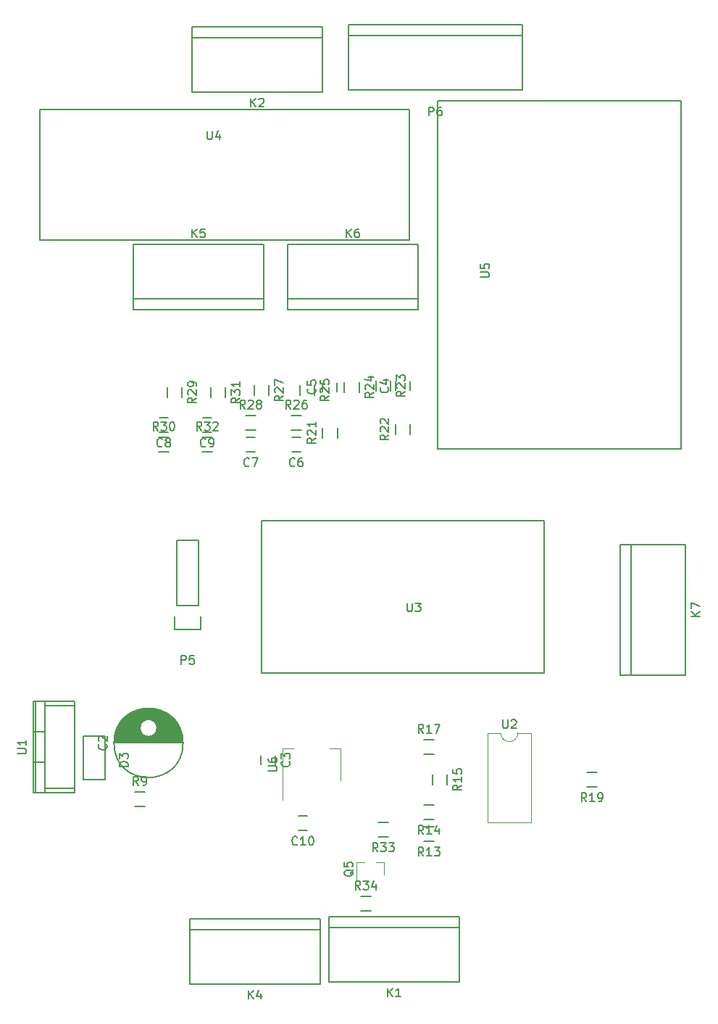
<source format=gbr>
G04 #@! TF.FileFunction,Legend,Top*
%FSLAX46Y46*%
G04 Gerber Fmt 4.6, Leading zero omitted, Abs format (unit mm)*
G04 Created by KiCad (PCBNEW 4.0.6) date Sunday, 01 August 2021 'PMt' 19:12:35*
%MOMM*%
%LPD*%
G01*
G04 APERTURE LIST*
%ADD10C,0.100000*%
%ADD11C,0.150000*%
%ADD12C,0.120000*%
G04 APERTURE END LIST*
D10*
D11*
X13531000Y31609000D02*
X21529000Y31609000D01*
X13536000Y31749000D02*
X21524000Y31749000D01*
X13546000Y31889000D02*
X21514000Y31889000D01*
X13561000Y32029000D02*
X21499000Y32029000D01*
X13581000Y32169000D02*
X21479000Y32169000D01*
X13606000Y32309000D02*
X17308000Y32309000D01*
X17752000Y32309000D02*
X21454000Y32309000D01*
X13636000Y32449000D02*
X16980000Y32449000D01*
X18080000Y32449000D02*
X21424000Y32449000D01*
X13672000Y32589000D02*
X16811000Y32589000D01*
X18249000Y32589000D02*
X21388000Y32589000D01*
X13713000Y32729000D02*
X16698000Y32729000D01*
X18362000Y32729000D02*
X21347000Y32729000D01*
X13759000Y32869000D02*
X16620000Y32869000D01*
X18440000Y32869000D02*
X21301000Y32869000D01*
X13812000Y33009000D02*
X16569000Y33009000D01*
X18491000Y33009000D02*
X21248000Y33009000D01*
X13871000Y33149000D02*
X16539000Y33149000D01*
X18521000Y33149000D02*
X21189000Y33149000D01*
X13936000Y33289000D02*
X16530000Y33289000D01*
X18530000Y33289000D02*
X21124000Y33289000D01*
X14007000Y33429000D02*
X16541000Y33429000D01*
X18519000Y33429000D02*
X21053000Y33429000D01*
X14086000Y33569000D02*
X16571000Y33569000D01*
X18489000Y33569000D02*
X20974000Y33569000D01*
X14173000Y33709000D02*
X16625000Y33709000D01*
X18435000Y33709000D02*
X20887000Y33709000D01*
X14268000Y33849000D02*
X16705000Y33849000D01*
X18355000Y33849000D02*
X20792000Y33849000D01*
X14372000Y33989000D02*
X16821000Y33989000D01*
X18239000Y33989000D02*
X20688000Y33989000D01*
X14486000Y34129000D02*
X16995000Y34129000D01*
X18065000Y34129000D02*
X20574000Y34129000D01*
X14611000Y34269000D02*
X17357000Y34269000D01*
X17703000Y34269000D02*
X20449000Y34269000D01*
X14749000Y34409000D02*
X20311000Y34409000D01*
X14901000Y34549000D02*
X20159000Y34549000D01*
X15071000Y34689000D02*
X19989000Y34689000D01*
X15262000Y34829000D02*
X19798000Y34829000D01*
X15480000Y34969000D02*
X19580000Y34969000D01*
X15736000Y35109000D02*
X19324000Y35109000D01*
X16047000Y35249000D02*
X19013000Y35249000D01*
X16463000Y35389000D02*
X18597000Y35389000D01*
X17330000Y35529000D02*
X17730000Y35529000D01*
X18530000Y33284000D02*
G75*
G03X18530000Y33284000I-1000000J0D01*
G01*
X21567500Y31534000D02*
G75*
G03X21567500Y31534000I-4037500J0D01*
G01*
X32350000Y29030000D02*
X32350000Y30030000D01*
X30650000Y30030000D02*
X30650000Y29030000D01*
X46398000Y73718000D02*
X46398000Y72718000D01*
X48098000Y72718000D02*
X48098000Y73718000D01*
X37889000Y73591000D02*
X37889000Y72591000D01*
X39589000Y72591000D02*
X39589000Y73591000D01*
X34302000Y65510000D02*
X35302000Y65510000D01*
X35302000Y67210000D02*
X34302000Y67210000D01*
X28968000Y65510000D02*
X29968000Y65510000D01*
X29968000Y67210000D02*
X28968000Y67210000D01*
X18808000Y67796000D02*
X19808000Y67796000D01*
X19808000Y69496000D02*
X18808000Y69496000D01*
X23888000Y67796000D02*
X24888000Y67796000D01*
X24888000Y69496000D02*
X23888000Y69496000D01*
X35064000Y21314000D02*
X36064000Y21314000D01*
X36064000Y23014000D02*
X35064000Y23014000D01*
X12450000Y32324000D02*
X12450000Y27244000D01*
X12450000Y27244000D02*
X9910000Y27244000D01*
X9910000Y27244000D02*
X9910000Y32324000D01*
X9910000Y32324000D02*
X12450000Y32324000D01*
X23372000Y47564000D02*
X23372000Y55184000D01*
X20832000Y47564000D02*
X20832000Y55184000D01*
X20552000Y44744000D02*
X20552000Y46294000D01*
X23372000Y55184000D02*
X20832000Y55184000D01*
X20832000Y47564000D02*
X23372000Y47564000D01*
X23652000Y46294000D02*
X23652000Y44744000D01*
X23652000Y44744000D02*
X20552000Y44744000D01*
D12*
X45018000Y17590000D02*
X44088000Y17590000D01*
X41858000Y17590000D02*
X42788000Y17590000D01*
X41858000Y17590000D02*
X41858000Y15430000D01*
X45018000Y17590000D02*
X45018000Y16130000D01*
D11*
X17114000Y24083000D02*
X15914000Y24083000D01*
X15914000Y25833000D02*
X17114000Y25833000D01*
X49696000Y21769000D02*
X50896000Y21769000D01*
X50896000Y20019000D02*
X49696000Y20019000D01*
X49696000Y24309000D02*
X50896000Y24309000D01*
X50896000Y22559000D02*
X49696000Y22559000D01*
X50691000Y26644000D02*
X50691000Y27844000D01*
X52441000Y27844000D02*
X52441000Y26644000D01*
X50896000Y30179000D02*
X49696000Y30179000D01*
X49696000Y31929000D02*
X50896000Y31929000D01*
X68746000Y28119000D02*
X69946000Y28119000D01*
X69946000Y26369000D02*
X68746000Y26369000D01*
X39614000Y68357000D02*
X39614000Y67157000D01*
X37864000Y67157000D02*
X37864000Y68357000D01*
X48123000Y68738000D02*
X48123000Y67538000D01*
X46373000Y67538000D02*
X46373000Y68738000D01*
X44087000Y72618000D02*
X44087000Y73818000D01*
X45837000Y73818000D02*
X45837000Y72618000D01*
X40404000Y72491000D02*
X40404000Y73691000D01*
X42154000Y73691000D02*
X42154000Y72491000D01*
X35197000Y72110000D02*
X35197000Y73310000D01*
X36947000Y73310000D02*
X36947000Y72110000D01*
X35402000Y68025000D02*
X34202000Y68025000D01*
X34202000Y69775000D02*
X35402000Y69775000D01*
X29863000Y72110000D02*
X29863000Y73310000D01*
X31613000Y73310000D02*
X31613000Y72110000D01*
X30068000Y68025000D02*
X28868000Y68025000D01*
X28868000Y69775000D02*
X30068000Y69775000D01*
X19703000Y71856000D02*
X19703000Y73056000D01*
X21453000Y73056000D02*
X21453000Y71856000D01*
X19908000Y65485000D02*
X18708000Y65485000D01*
X18708000Y67235000D02*
X19908000Y67235000D01*
X24783000Y71856000D02*
X24783000Y73056000D01*
X26533000Y73056000D02*
X26533000Y71856000D01*
X24988000Y65485000D02*
X23788000Y65485000D01*
X23788000Y67235000D02*
X24988000Y67235000D01*
X44362000Y22277000D02*
X45562000Y22277000D01*
X45562000Y20527000D02*
X44362000Y20527000D01*
X43530000Y11891000D02*
X42330000Y11891000D01*
X42330000Y13641000D02*
X43530000Y13641000D01*
X5465000Y35880000D02*
X8894000Y35880000D01*
X5465000Y26228000D02*
X8894000Y26228000D01*
X4322000Y36388000D02*
X4322000Y25720000D01*
X5338000Y32832000D02*
X4068000Y32832000D01*
X5338000Y29276000D02*
X4068000Y29276000D01*
X5465000Y25720000D02*
X5465000Y36388000D01*
X8894000Y36388000D02*
X8894000Y25720000D01*
X4068000Y25720000D02*
X8894000Y25720000D01*
X4068000Y36388000D02*
X8894000Y36388000D01*
X4068000Y36388000D02*
X4068000Y25720000D01*
D12*
X60694000Y32698000D02*
G75*
G02X58694000Y32698000I-1000000J0D01*
G01*
X58694000Y32698000D02*
X57124000Y32698000D01*
X57124000Y32698000D02*
X57124000Y22298000D01*
X57124000Y22298000D02*
X62264000Y22298000D01*
X62264000Y22298000D02*
X62264000Y32698000D01*
X62264000Y32698000D02*
X60694000Y32698000D01*
D11*
X30738000Y57470000D02*
X63758000Y57470000D01*
X63758000Y57470000D02*
X63758000Y39690000D01*
X63758000Y39690000D02*
X30738000Y39690000D01*
X30738000Y39690000D02*
X30738000Y57470000D01*
X4830000Y105476000D02*
X4830000Y90236000D01*
X4830000Y90236000D02*
X48010000Y90236000D01*
X48010000Y90236000D02*
X48010000Y105476000D01*
X48010000Y105476000D02*
X4830000Y105476000D01*
X51312000Y65852000D02*
X79760000Y65852000D01*
X79760000Y65852000D02*
X79760000Y106492000D01*
X79760000Y106492000D02*
X51312000Y106492000D01*
X51312000Y106492000D02*
X51312000Y65852000D01*
D12*
X39990000Y30932000D02*
X38730000Y30932000D01*
X33170000Y30932000D02*
X34430000Y30932000D01*
X39990000Y27172000D02*
X39990000Y30932000D01*
X33170000Y24922000D02*
X33170000Y30932000D01*
D11*
X53852000Y11242000D02*
X53852000Y3622000D01*
X38612000Y11242000D02*
X38612000Y3622000D01*
X53852000Y9972000D02*
X38612000Y9972000D01*
X53852000Y3622000D02*
X38612000Y3622000D01*
X53852000Y11242000D02*
X38612000Y11242000D01*
X37850000Y115128000D02*
X37850000Y107508000D01*
X22610000Y115128000D02*
X22610000Y107508000D01*
X37850000Y113858000D02*
X22610000Y113858000D01*
X37850000Y107508000D02*
X22610000Y107508000D01*
X37850000Y115128000D02*
X22610000Y115128000D01*
X37596000Y10988000D02*
X37596000Y3368000D01*
X22356000Y10988000D02*
X22356000Y3368000D01*
X37596000Y9718000D02*
X22356000Y9718000D01*
X37596000Y3368000D02*
X22356000Y3368000D01*
X37596000Y10988000D02*
X22356000Y10988000D01*
X15752000Y82108000D02*
X15752000Y89728000D01*
X30992000Y82108000D02*
X30992000Y89728000D01*
X15752000Y83378000D02*
X30992000Y83378000D01*
X15752000Y89728000D02*
X30992000Y89728000D01*
X15752000Y82108000D02*
X30992000Y82108000D01*
X33786000Y82108000D02*
X33786000Y89728000D01*
X49026000Y82108000D02*
X49026000Y89728000D01*
X33786000Y83378000D02*
X49026000Y83378000D01*
X33786000Y89728000D02*
X49026000Y89728000D01*
X33786000Y82108000D02*
X49026000Y82108000D01*
X72648000Y54676000D02*
X80268000Y54676000D01*
X72648000Y39436000D02*
X80268000Y39436000D01*
X73918000Y54676000D02*
X73918000Y39436000D01*
X80268000Y54676000D02*
X80268000Y39436000D01*
X72648000Y54676000D02*
X72648000Y39436000D01*
X61218000Y107762000D02*
X61218000Y115382000D01*
X40898000Y115382000D02*
X40898000Y107762000D01*
X40898000Y114112000D02*
X61218000Y114112000D01*
X61218000Y107762000D02*
X40898000Y107762000D01*
X61218000Y115382000D02*
X40898000Y115382000D01*
X12587143Y31367334D02*
X12634762Y31319715D01*
X12682381Y31176858D01*
X12682381Y31081620D01*
X12634762Y30938762D01*
X12539524Y30843524D01*
X12444286Y30795905D01*
X12253810Y30748286D01*
X12110952Y30748286D01*
X11920476Y30795905D01*
X11825238Y30843524D01*
X11730000Y30938762D01*
X11682381Y31081620D01*
X11682381Y31176858D01*
X11730000Y31319715D01*
X11777619Y31367334D01*
X11777619Y31748286D02*
X11730000Y31795905D01*
X11682381Y31891143D01*
X11682381Y32129239D01*
X11730000Y32224477D01*
X11777619Y32272096D01*
X11872857Y32319715D01*
X11968095Y32319715D01*
X12110952Y32272096D01*
X12682381Y31700667D01*
X12682381Y32319715D01*
X33957143Y29363334D02*
X34004762Y29315715D01*
X34052381Y29172858D01*
X34052381Y29077620D01*
X34004762Y28934762D01*
X33909524Y28839524D01*
X33814286Y28791905D01*
X33623810Y28744286D01*
X33480952Y28744286D01*
X33290476Y28791905D01*
X33195238Y28839524D01*
X33100000Y28934762D01*
X33052381Y29077620D01*
X33052381Y29172858D01*
X33100000Y29315715D01*
X33147619Y29363334D01*
X33052381Y29696667D02*
X33052381Y30315715D01*
X33433333Y29982381D01*
X33433333Y30125239D01*
X33480952Y30220477D01*
X33528571Y30268096D01*
X33623810Y30315715D01*
X33861905Y30315715D01*
X33957143Y30268096D01*
X34004762Y30220477D01*
X34052381Y30125239D01*
X34052381Y29839524D01*
X34004762Y29744286D01*
X33957143Y29696667D01*
X45505143Y73051334D02*
X45552762Y73003715D01*
X45600381Y72860858D01*
X45600381Y72765620D01*
X45552762Y72622762D01*
X45457524Y72527524D01*
X45362286Y72479905D01*
X45171810Y72432286D01*
X45028952Y72432286D01*
X44838476Y72479905D01*
X44743238Y72527524D01*
X44648000Y72622762D01*
X44600381Y72765620D01*
X44600381Y72860858D01*
X44648000Y73003715D01*
X44695619Y73051334D01*
X44933714Y73908477D02*
X45600381Y73908477D01*
X44552762Y73670381D02*
X45267048Y73432286D01*
X45267048Y74051334D01*
X36996143Y72924334D02*
X37043762Y72876715D01*
X37091381Y72733858D01*
X37091381Y72638620D01*
X37043762Y72495762D01*
X36948524Y72400524D01*
X36853286Y72352905D01*
X36662810Y72305286D01*
X36519952Y72305286D01*
X36329476Y72352905D01*
X36234238Y72400524D01*
X36139000Y72495762D01*
X36091381Y72638620D01*
X36091381Y72733858D01*
X36139000Y72876715D01*
X36186619Y72924334D01*
X36091381Y73829096D02*
X36091381Y73352905D01*
X36567571Y73305286D01*
X36519952Y73352905D01*
X36472333Y73448143D01*
X36472333Y73686239D01*
X36519952Y73781477D01*
X36567571Y73829096D01*
X36662810Y73876715D01*
X36900905Y73876715D01*
X36996143Y73829096D01*
X37043762Y73781477D01*
X37091381Y73686239D01*
X37091381Y73448143D01*
X37043762Y73352905D01*
X36996143Y73305286D01*
X34635334Y63902857D02*
X34587715Y63855238D01*
X34444858Y63807619D01*
X34349620Y63807619D01*
X34206762Y63855238D01*
X34111524Y63950476D01*
X34063905Y64045714D01*
X34016286Y64236190D01*
X34016286Y64379048D01*
X34063905Y64569524D01*
X34111524Y64664762D01*
X34206762Y64760000D01*
X34349620Y64807619D01*
X34444858Y64807619D01*
X34587715Y64760000D01*
X34635334Y64712381D01*
X35492477Y64807619D02*
X35302000Y64807619D01*
X35206762Y64760000D01*
X35159143Y64712381D01*
X35063905Y64569524D01*
X35016286Y64379048D01*
X35016286Y63998095D01*
X35063905Y63902857D01*
X35111524Y63855238D01*
X35206762Y63807619D01*
X35397239Y63807619D01*
X35492477Y63855238D01*
X35540096Y63902857D01*
X35587715Y63998095D01*
X35587715Y64236190D01*
X35540096Y64331429D01*
X35492477Y64379048D01*
X35397239Y64426667D01*
X35206762Y64426667D01*
X35111524Y64379048D01*
X35063905Y64331429D01*
X35016286Y64236190D01*
X29301334Y63902857D02*
X29253715Y63855238D01*
X29110858Y63807619D01*
X29015620Y63807619D01*
X28872762Y63855238D01*
X28777524Y63950476D01*
X28729905Y64045714D01*
X28682286Y64236190D01*
X28682286Y64379048D01*
X28729905Y64569524D01*
X28777524Y64664762D01*
X28872762Y64760000D01*
X29015620Y64807619D01*
X29110858Y64807619D01*
X29253715Y64760000D01*
X29301334Y64712381D01*
X29634667Y64807619D02*
X30301334Y64807619D01*
X29872762Y63807619D01*
X19141334Y66188857D02*
X19093715Y66141238D01*
X18950858Y66093619D01*
X18855620Y66093619D01*
X18712762Y66141238D01*
X18617524Y66236476D01*
X18569905Y66331714D01*
X18522286Y66522190D01*
X18522286Y66665048D01*
X18569905Y66855524D01*
X18617524Y66950762D01*
X18712762Y67046000D01*
X18855620Y67093619D01*
X18950858Y67093619D01*
X19093715Y67046000D01*
X19141334Y66998381D01*
X19712762Y66665048D02*
X19617524Y66712667D01*
X19569905Y66760286D01*
X19522286Y66855524D01*
X19522286Y66903143D01*
X19569905Y66998381D01*
X19617524Y67046000D01*
X19712762Y67093619D01*
X19903239Y67093619D01*
X19998477Y67046000D01*
X20046096Y66998381D01*
X20093715Y66903143D01*
X20093715Y66855524D01*
X20046096Y66760286D01*
X19998477Y66712667D01*
X19903239Y66665048D01*
X19712762Y66665048D01*
X19617524Y66617429D01*
X19569905Y66569810D01*
X19522286Y66474571D01*
X19522286Y66284095D01*
X19569905Y66188857D01*
X19617524Y66141238D01*
X19712762Y66093619D01*
X19903239Y66093619D01*
X19998477Y66141238D01*
X20046096Y66188857D01*
X20093715Y66284095D01*
X20093715Y66474571D01*
X20046096Y66569810D01*
X19998477Y66617429D01*
X19903239Y66665048D01*
X24221334Y66188857D02*
X24173715Y66141238D01*
X24030858Y66093619D01*
X23935620Y66093619D01*
X23792762Y66141238D01*
X23697524Y66236476D01*
X23649905Y66331714D01*
X23602286Y66522190D01*
X23602286Y66665048D01*
X23649905Y66855524D01*
X23697524Y66950762D01*
X23792762Y67046000D01*
X23935620Y67093619D01*
X24030858Y67093619D01*
X24173715Y67046000D01*
X24221334Y66998381D01*
X24697524Y66093619D02*
X24888000Y66093619D01*
X24983239Y66141238D01*
X25030858Y66188857D01*
X25126096Y66331714D01*
X25173715Y66522190D01*
X25173715Y66903143D01*
X25126096Y66998381D01*
X25078477Y67046000D01*
X24983239Y67093619D01*
X24792762Y67093619D01*
X24697524Y67046000D01*
X24649905Y66998381D01*
X24602286Y66903143D01*
X24602286Y66665048D01*
X24649905Y66569810D01*
X24697524Y66522190D01*
X24792762Y66474571D01*
X24983239Y66474571D01*
X25078477Y66522190D01*
X25126096Y66569810D01*
X25173715Y66665048D01*
X34921143Y19706857D02*
X34873524Y19659238D01*
X34730667Y19611619D01*
X34635429Y19611619D01*
X34492571Y19659238D01*
X34397333Y19754476D01*
X34349714Y19849714D01*
X34302095Y20040190D01*
X34302095Y20183048D01*
X34349714Y20373524D01*
X34397333Y20468762D01*
X34492571Y20564000D01*
X34635429Y20611619D01*
X34730667Y20611619D01*
X34873524Y20564000D01*
X34921143Y20516381D01*
X35873524Y19611619D02*
X35302095Y19611619D01*
X35587809Y19611619D02*
X35587809Y20611619D01*
X35492571Y20468762D01*
X35397333Y20373524D01*
X35302095Y20325905D01*
X36492571Y20611619D02*
X36587810Y20611619D01*
X36683048Y20564000D01*
X36730667Y20516381D01*
X36778286Y20421143D01*
X36825905Y20230667D01*
X36825905Y19992571D01*
X36778286Y19802095D01*
X36730667Y19706857D01*
X36683048Y19659238D01*
X36587810Y19611619D01*
X36492571Y19611619D01*
X36397333Y19659238D01*
X36349714Y19706857D01*
X36302095Y19802095D01*
X36254476Y19992571D01*
X36254476Y20230667D01*
X36302095Y20421143D01*
X36349714Y20516381D01*
X36397333Y20564000D01*
X36492571Y20611619D01*
X15132501Y28796985D02*
X14132501Y28796985D01*
X14132501Y29035080D01*
X14180120Y29177938D01*
X14275358Y29273176D01*
X14370596Y29320795D01*
X14561072Y29368414D01*
X14703930Y29368414D01*
X14894406Y29320795D01*
X14989644Y29273176D01*
X15084882Y29177938D01*
X15132501Y29035080D01*
X15132501Y28796985D01*
X14132501Y29701747D02*
X14132501Y30320795D01*
X14513453Y29987461D01*
X14513453Y30130319D01*
X14561072Y30225557D01*
X14608691Y30273176D01*
X14703930Y30320795D01*
X14942025Y30320795D01*
X15037263Y30273176D01*
X15084882Y30225557D01*
X15132501Y30130319D01*
X15132501Y29844604D01*
X15084882Y29749366D01*
X15037263Y29701747D01*
X21363905Y40741619D02*
X21363905Y41741619D01*
X21744858Y41741619D01*
X21840096Y41694000D01*
X21887715Y41646381D01*
X21935334Y41551143D01*
X21935334Y41408286D01*
X21887715Y41313048D01*
X21840096Y41265429D01*
X21744858Y41217810D01*
X21363905Y41217810D01*
X22840096Y41741619D02*
X22363905Y41741619D01*
X22316286Y41265429D01*
X22363905Y41313048D01*
X22459143Y41360667D01*
X22697239Y41360667D01*
X22792477Y41313048D01*
X22840096Y41265429D01*
X22887715Y41170190D01*
X22887715Y40932095D01*
X22840096Y40836857D01*
X22792477Y40789238D01*
X22697239Y40741619D01*
X22459143Y40741619D01*
X22363905Y40789238D01*
X22316286Y40836857D01*
X41485619Y16734762D02*
X41438000Y16639524D01*
X41342762Y16544286D01*
X41199905Y16401429D01*
X41152286Y16306190D01*
X41152286Y16210952D01*
X41390381Y16258571D02*
X41342762Y16163333D01*
X41247524Y16068095D01*
X41057048Y16020476D01*
X40723714Y16020476D01*
X40533238Y16068095D01*
X40438000Y16163333D01*
X40390381Y16258571D01*
X40390381Y16449048D01*
X40438000Y16544286D01*
X40533238Y16639524D01*
X40723714Y16687143D01*
X41057048Y16687143D01*
X41247524Y16639524D01*
X41342762Y16544286D01*
X41390381Y16449048D01*
X41390381Y16258571D01*
X40390381Y17591905D02*
X40390381Y17115714D01*
X40866571Y17068095D01*
X40818952Y17115714D01*
X40771333Y17210952D01*
X40771333Y17449048D01*
X40818952Y17544286D01*
X40866571Y17591905D01*
X40961810Y17639524D01*
X41199905Y17639524D01*
X41295143Y17591905D01*
X41342762Y17544286D01*
X41390381Y17449048D01*
X41390381Y17210952D01*
X41342762Y17115714D01*
X41295143Y17068095D01*
X16347334Y26605619D02*
X16014000Y27081810D01*
X15775905Y26605619D02*
X15775905Y27605619D01*
X16156858Y27605619D01*
X16252096Y27558000D01*
X16299715Y27510381D01*
X16347334Y27415143D01*
X16347334Y27272286D01*
X16299715Y27177048D01*
X16252096Y27129429D01*
X16156858Y27081810D01*
X15775905Y27081810D01*
X16823524Y26605619D02*
X17014000Y26605619D01*
X17109239Y26653238D01*
X17156858Y26700857D01*
X17252096Y26843714D01*
X17299715Y27034190D01*
X17299715Y27415143D01*
X17252096Y27510381D01*
X17204477Y27558000D01*
X17109239Y27605619D01*
X16918762Y27605619D01*
X16823524Y27558000D01*
X16775905Y27510381D01*
X16728286Y27415143D01*
X16728286Y27177048D01*
X16775905Y27081810D01*
X16823524Y27034190D01*
X16918762Y26986571D01*
X17109239Y26986571D01*
X17204477Y27034190D01*
X17252096Y27081810D01*
X17299715Y27177048D01*
X49653143Y18341619D02*
X49319809Y18817810D01*
X49081714Y18341619D02*
X49081714Y19341619D01*
X49462667Y19341619D01*
X49557905Y19294000D01*
X49605524Y19246381D01*
X49653143Y19151143D01*
X49653143Y19008286D01*
X49605524Y18913048D01*
X49557905Y18865429D01*
X49462667Y18817810D01*
X49081714Y18817810D01*
X50605524Y18341619D02*
X50034095Y18341619D01*
X50319809Y18341619D02*
X50319809Y19341619D01*
X50224571Y19198762D01*
X50129333Y19103524D01*
X50034095Y19055905D01*
X50938857Y19341619D02*
X51557905Y19341619D01*
X51224571Y18960667D01*
X51367429Y18960667D01*
X51462667Y18913048D01*
X51510286Y18865429D01*
X51557905Y18770190D01*
X51557905Y18532095D01*
X51510286Y18436857D01*
X51462667Y18389238D01*
X51367429Y18341619D01*
X51081714Y18341619D01*
X50986476Y18389238D01*
X50938857Y18436857D01*
X49653143Y20881619D02*
X49319809Y21357810D01*
X49081714Y20881619D02*
X49081714Y21881619D01*
X49462667Y21881619D01*
X49557905Y21834000D01*
X49605524Y21786381D01*
X49653143Y21691143D01*
X49653143Y21548286D01*
X49605524Y21453048D01*
X49557905Y21405429D01*
X49462667Y21357810D01*
X49081714Y21357810D01*
X50605524Y20881619D02*
X50034095Y20881619D01*
X50319809Y20881619D02*
X50319809Y21881619D01*
X50224571Y21738762D01*
X50129333Y21643524D01*
X50034095Y21595905D01*
X51462667Y21548286D02*
X51462667Y20881619D01*
X51224571Y21929238D02*
X50986476Y21214952D01*
X51605524Y21214952D01*
X54118381Y26601143D02*
X53642190Y26267809D01*
X54118381Y26029714D02*
X53118381Y26029714D01*
X53118381Y26410667D01*
X53166000Y26505905D01*
X53213619Y26553524D01*
X53308857Y26601143D01*
X53451714Y26601143D01*
X53546952Y26553524D01*
X53594571Y26505905D01*
X53642190Y26410667D01*
X53642190Y26029714D01*
X54118381Y27553524D02*
X54118381Y26982095D01*
X54118381Y27267809D02*
X53118381Y27267809D01*
X53261238Y27172571D01*
X53356476Y27077333D01*
X53404095Y26982095D01*
X53118381Y28458286D02*
X53118381Y27982095D01*
X53594571Y27934476D01*
X53546952Y27982095D01*
X53499333Y28077333D01*
X53499333Y28315429D01*
X53546952Y28410667D01*
X53594571Y28458286D01*
X53689810Y28505905D01*
X53927905Y28505905D01*
X54023143Y28458286D01*
X54070762Y28410667D01*
X54118381Y28315429D01*
X54118381Y28077333D01*
X54070762Y27982095D01*
X54023143Y27934476D01*
X49653143Y32701619D02*
X49319809Y33177810D01*
X49081714Y32701619D02*
X49081714Y33701619D01*
X49462667Y33701619D01*
X49557905Y33654000D01*
X49605524Y33606381D01*
X49653143Y33511143D01*
X49653143Y33368286D01*
X49605524Y33273048D01*
X49557905Y33225429D01*
X49462667Y33177810D01*
X49081714Y33177810D01*
X50605524Y32701619D02*
X50034095Y32701619D01*
X50319809Y32701619D02*
X50319809Y33701619D01*
X50224571Y33558762D01*
X50129333Y33463524D01*
X50034095Y33415905D01*
X50938857Y33701619D02*
X51605524Y33701619D01*
X51176952Y32701619D01*
X68703143Y24691619D02*
X68369809Y25167810D01*
X68131714Y24691619D02*
X68131714Y25691619D01*
X68512667Y25691619D01*
X68607905Y25644000D01*
X68655524Y25596381D01*
X68703143Y25501143D01*
X68703143Y25358286D01*
X68655524Y25263048D01*
X68607905Y25215429D01*
X68512667Y25167810D01*
X68131714Y25167810D01*
X69655524Y24691619D02*
X69084095Y24691619D01*
X69369809Y24691619D02*
X69369809Y25691619D01*
X69274571Y25548762D01*
X69179333Y25453524D01*
X69084095Y25405905D01*
X70131714Y24691619D02*
X70322190Y24691619D01*
X70417429Y24739238D01*
X70465048Y24786857D01*
X70560286Y24929714D01*
X70607905Y25120190D01*
X70607905Y25501143D01*
X70560286Y25596381D01*
X70512667Y25644000D01*
X70417429Y25691619D01*
X70226952Y25691619D01*
X70131714Y25644000D01*
X70084095Y25596381D01*
X70036476Y25501143D01*
X70036476Y25263048D01*
X70084095Y25167810D01*
X70131714Y25120190D01*
X70226952Y25072571D01*
X70417429Y25072571D01*
X70512667Y25120190D01*
X70560286Y25167810D01*
X70607905Y25263048D01*
X37091381Y67114143D02*
X36615190Y66780809D01*
X37091381Y66542714D02*
X36091381Y66542714D01*
X36091381Y66923667D01*
X36139000Y67018905D01*
X36186619Y67066524D01*
X36281857Y67114143D01*
X36424714Y67114143D01*
X36519952Y67066524D01*
X36567571Y67018905D01*
X36615190Y66923667D01*
X36615190Y66542714D01*
X36186619Y67495095D02*
X36139000Y67542714D01*
X36091381Y67637952D01*
X36091381Y67876048D01*
X36139000Y67971286D01*
X36186619Y68018905D01*
X36281857Y68066524D01*
X36377095Y68066524D01*
X36519952Y68018905D01*
X37091381Y67447476D01*
X37091381Y68066524D01*
X37091381Y69018905D02*
X37091381Y68447476D01*
X37091381Y68733190D02*
X36091381Y68733190D01*
X36234238Y68637952D01*
X36329476Y68542714D01*
X36377095Y68447476D01*
X45600381Y67495143D02*
X45124190Y67161809D01*
X45600381Y66923714D02*
X44600381Y66923714D01*
X44600381Y67304667D01*
X44648000Y67399905D01*
X44695619Y67447524D01*
X44790857Y67495143D01*
X44933714Y67495143D01*
X45028952Y67447524D01*
X45076571Y67399905D01*
X45124190Y67304667D01*
X45124190Y66923714D01*
X44695619Y67876095D02*
X44648000Y67923714D01*
X44600381Y68018952D01*
X44600381Y68257048D01*
X44648000Y68352286D01*
X44695619Y68399905D01*
X44790857Y68447524D01*
X44886095Y68447524D01*
X45028952Y68399905D01*
X45600381Y67828476D01*
X45600381Y68447524D01*
X44695619Y68828476D02*
X44648000Y68876095D01*
X44600381Y68971333D01*
X44600381Y69209429D01*
X44648000Y69304667D01*
X44695619Y69352286D01*
X44790857Y69399905D01*
X44886095Y69399905D01*
X45028952Y69352286D01*
X45600381Y68780857D01*
X45600381Y69399905D01*
X47514381Y72575143D02*
X47038190Y72241809D01*
X47514381Y72003714D02*
X46514381Y72003714D01*
X46514381Y72384667D01*
X46562000Y72479905D01*
X46609619Y72527524D01*
X46704857Y72575143D01*
X46847714Y72575143D01*
X46942952Y72527524D01*
X46990571Y72479905D01*
X47038190Y72384667D01*
X47038190Y72003714D01*
X46609619Y72956095D02*
X46562000Y73003714D01*
X46514381Y73098952D01*
X46514381Y73337048D01*
X46562000Y73432286D01*
X46609619Y73479905D01*
X46704857Y73527524D01*
X46800095Y73527524D01*
X46942952Y73479905D01*
X47514381Y72908476D01*
X47514381Y73527524D01*
X46514381Y73860857D02*
X46514381Y74479905D01*
X46895333Y74146571D01*
X46895333Y74289429D01*
X46942952Y74384667D01*
X46990571Y74432286D01*
X47085810Y74479905D01*
X47323905Y74479905D01*
X47419143Y74432286D01*
X47466762Y74384667D01*
X47514381Y74289429D01*
X47514381Y74003714D01*
X47466762Y73908476D01*
X47419143Y73860857D01*
X43831381Y72448143D02*
X43355190Y72114809D01*
X43831381Y71876714D02*
X42831381Y71876714D01*
X42831381Y72257667D01*
X42879000Y72352905D01*
X42926619Y72400524D01*
X43021857Y72448143D01*
X43164714Y72448143D01*
X43259952Y72400524D01*
X43307571Y72352905D01*
X43355190Y72257667D01*
X43355190Y71876714D01*
X42926619Y72829095D02*
X42879000Y72876714D01*
X42831381Y72971952D01*
X42831381Y73210048D01*
X42879000Y73305286D01*
X42926619Y73352905D01*
X43021857Y73400524D01*
X43117095Y73400524D01*
X43259952Y73352905D01*
X43831381Y72781476D01*
X43831381Y73400524D01*
X43164714Y74257667D02*
X43831381Y74257667D01*
X42783762Y74019571D02*
X43498048Y73781476D01*
X43498048Y74400524D01*
X38624381Y72067143D02*
X38148190Y71733809D01*
X38624381Y71495714D02*
X37624381Y71495714D01*
X37624381Y71876667D01*
X37672000Y71971905D01*
X37719619Y72019524D01*
X37814857Y72067143D01*
X37957714Y72067143D01*
X38052952Y72019524D01*
X38100571Y71971905D01*
X38148190Y71876667D01*
X38148190Y71495714D01*
X37719619Y72448095D02*
X37672000Y72495714D01*
X37624381Y72590952D01*
X37624381Y72829048D01*
X37672000Y72924286D01*
X37719619Y72971905D01*
X37814857Y73019524D01*
X37910095Y73019524D01*
X38052952Y72971905D01*
X38624381Y72400476D01*
X38624381Y73019524D01*
X37624381Y73924286D02*
X37624381Y73448095D01*
X38100571Y73400476D01*
X38052952Y73448095D01*
X38005333Y73543333D01*
X38005333Y73781429D01*
X38052952Y73876667D01*
X38100571Y73924286D01*
X38195810Y73971905D01*
X38433905Y73971905D01*
X38529143Y73924286D01*
X38576762Y73876667D01*
X38624381Y73781429D01*
X38624381Y73543333D01*
X38576762Y73448095D01*
X38529143Y73400476D01*
X34159143Y70547619D02*
X33825809Y71023810D01*
X33587714Y70547619D02*
X33587714Y71547619D01*
X33968667Y71547619D01*
X34063905Y71500000D01*
X34111524Y71452381D01*
X34159143Y71357143D01*
X34159143Y71214286D01*
X34111524Y71119048D01*
X34063905Y71071429D01*
X33968667Y71023810D01*
X33587714Y71023810D01*
X34540095Y71452381D02*
X34587714Y71500000D01*
X34682952Y71547619D01*
X34921048Y71547619D01*
X35016286Y71500000D01*
X35063905Y71452381D01*
X35111524Y71357143D01*
X35111524Y71261905D01*
X35063905Y71119048D01*
X34492476Y70547619D01*
X35111524Y70547619D01*
X35968667Y71547619D02*
X35778190Y71547619D01*
X35682952Y71500000D01*
X35635333Y71452381D01*
X35540095Y71309524D01*
X35492476Y71119048D01*
X35492476Y70738095D01*
X35540095Y70642857D01*
X35587714Y70595238D01*
X35682952Y70547619D01*
X35873429Y70547619D01*
X35968667Y70595238D01*
X36016286Y70642857D01*
X36063905Y70738095D01*
X36063905Y70976190D01*
X36016286Y71071429D01*
X35968667Y71119048D01*
X35873429Y71166667D01*
X35682952Y71166667D01*
X35587714Y71119048D01*
X35540095Y71071429D01*
X35492476Y70976190D01*
X33290381Y72067143D02*
X32814190Y71733809D01*
X33290381Y71495714D02*
X32290381Y71495714D01*
X32290381Y71876667D01*
X32338000Y71971905D01*
X32385619Y72019524D01*
X32480857Y72067143D01*
X32623714Y72067143D01*
X32718952Y72019524D01*
X32766571Y71971905D01*
X32814190Y71876667D01*
X32814190Y71495714D01*
X32385619Y72448095D02*
X32338000Y72495714D01*
X32290381Y72590952D01*
X32290381Y72829048D01*
X32338000Y72924286D01*
X32385619Y72971905D01*
X32480857Y73019524D01*
X32576095Y73019524D01*
X32718952Y72971905D01*
X33290381Y72400476D01*
X33290381Y73019524D01*
X32290381Y73352857D02*
X32290381Y74019524D01*
X33290381Y73590952D01*
X28825143Y70547619D02*
X28491809Y71023810D01*
X28253714Y70547619D02*
X28253714Y71547619D01*
X28634667Y71547619D01*
X28729905Y71500000D01*
X28777524Y71452381D01*
X28825143Y71357143D01*
X28825143Y71214286D01*
X28777524Y71119048D01*
X28729905Y71071429D01*
X28634667Y71023810D01*
X28253714Y71023810D01*
X29206095Y71452381D02*
X29253714Y71500000D01*
X29348952Y71547619D01*
X29587048Y71547619D01*
X29682286Y71500000D01*
X29729905Y71452381D01*
X29777524Y71357143D01*
X29777524Y71261905D01*
X29729905Y71119048D01*
X29158476Y70547619D01*
X29777524Y70547619D01*
X30348952Y71119048D02*
X30253714Y71166667D01*
X30206095Y71214286D01*
X30158476Y71309524D01*
X30158476Y71357143D01*
X30206095Y71452381D01*
X30253714Y71500000D01*
X30348952Y71547619D01*
X30539429Y71547619D01*
X30634667Y71500000D01*
X30682286Y71452381D01*
X30729905Y71357143D01*
X30729905Y71309524D01*
X30682286Y71214286D01*
X30634667Y71166667D01*
X30539429Y71119048D01*
X30348952Y71119048D01*
X30253714Y71071429D01*
X30206095Y71023810D01*
X30158476Y70928571D01*
X30158476Y70738095D01*
X30206095Y70642857D01*
X30253714Y70595238D01*
X30348952Y70547619D01*
X30539429Y70547619D01*
X30634667Y70595238D01*
X30682286Y70642857D01*
X30729905Y70738095D01*
X30729905Y70928571D01*
X30682286Y71023810D01*
X30634667Y71071429D01*
X30539429Y71119048D01*
X23130381Y71813143D02*
X22654190Y71479809D01*
X23130381Y71241714D02*
X22130381Y71241714D01*
X22130381Y71622667D01*
X22178000Y71717905D01*
X22225619Y71765524D01*
X22320857Y71813143D01*
X22463714Y71813143D01*
X22558952Y71765524D01*
X22606571Y71717905D01*
X22654190Y71622667D01*
X22654190Y71241714D01*
X22225619Y72194095D02*
X22178000Y72241714D01*
X22130381Y72336952D01*
X22130381Y72575048D01*
X22178000Y72670286D01*
X22225619Y72717905D01*
X22320857Y72765524D01*
X22416095Y72765524D01*
X22558952Y72717905D01*
X23130381Y72146476D01*
X23130381Y72765524D01*
X23130381Y73241714D02*
X23130381Y73432190D01*
X23082762Y73527429D01*
X23035143Y73575048D01*
X22892286Y73670286D01*
X22701810Y73717905D01*
X22320857Y73717905D01*
X22225619Y73670286D01*
X22178000Y73622667D01*
X22130381Y73527429D01*
X22130381Y73336952D01*
X22178000Y73241714D01*
X22225619Y73194095D01*
X22320857Y73146476D01*
X22558952Y73146476D01*
X22654190Y73194095D01*
X22701810Y73241714D01*
X22749429Y73336952D01*
X22749429Y73527429D01*
X22701810Y73622667D01*
X22654190Y73670286D01*
X22558952Y73717905D01*
X18665143Y68007619D02*
X18331809Y68483810D01*
X18093714Y68007619D02*
X18093714Y69007619D01*
X18474667Y69007619D01*
X18569905Y68960000D01*
X18617524Y68912381D01*
X18665143Y68817143D01*
X18665143Y68674286D01*
X18617524Y68579048D01*
X18569905Y68531429D01*
X18474667Y68483810D01*
X18093714Y68483810D01*
X18998476Y69007619D02*
X19617524Y69007619D01*
X19284190Y68626667D01*
X19427048Y68626667D01*
X19522286Y68579048D01*
X19569905Y68531429D01*
X19617524Y68436190D01*
X19617524Y68198095D01*
X19569905Y68102857D01*
X19522286Y68055238D01*
X19427048Y68007619D01*
X19141333Y68007619D01*
X19046095Y68055238D01*
X18998476Y68102857D01*
X20236571Y69007619D02*
X20331810Y69007619D01*
X20427048Y68960000D01*
X20474667Y68912381D01*
X20522286Y68817143D01*
X20569905Y68626667D01*
X20569905Y68388571D01*
X20522286Y68198095D01*
X20474667Y68102857D01*
X20427048Y68055238D01*
X20331810Y68007619D01*
X20236571Y68007619D01*
X20141333Y68055238D01*
X20093714Y68102857D01*
X20046095Y68198095D01*
X19998476Y68388571D01*
X19998476Y68626667D01*
X20046095Y68817143D01*
X20093714Y68912381D01*
X20141333Y68960000D01*
X20236571Y69007619D01*
X28210381Y71813143D02*
X27734190Y71479809D01*
X28210381Y71241714D02*
X27210381Y71241714D01*
X27210381Y71622667D01*
X27258000Y71717905D01*
X27305619Y71765524D01*
X27400857Y71813143D01*
X27543714Y71813143D01*
X27638952Y71765524D01*
X27686571Y71717905D01*
X27734190Y71622667D01*
X27734190Y71241714D01*
X27210381Y72146476D02*
X27210381Y72765524D01*
X27591333Y72432190D01*
X27591333Y72575048D01*
X27638952Y72670286D01*
X27686571Y72717905D01*
X27781810Y72765524D01*
X28019905Y72765524D01*
X28115143Y72717905D01*
X28162762Y72670286D01*
X28210381Y72575048D01*
X28210381Y72289333D01*
X28162762Y72194095D01*
X28115143Y72146476D01*
X28210381Y73717905D02*
X28210381Y73146476D01*
X28210381Y73432190D02*
X27210381Y73432190D01*
X27353238Y73336952D01*
X27448476Y73241714D01*
X27496095Y73146476D01*
X23745143Y68007619D02*
X23411809Y68483810D01*
X23173714Y68007619D02*
X23173714Y69007619D01*
X23554667Y69007619D01*
X23649905Y68960000D01*
X23697524Y68912381D01*
X23745143Y68817143D01*
X23745143Y68674286D01*
X23697524Y68579048D01*
X23649905Y68531429D01*
X23554667Y68483810D01*
X23173714Y68483810D01*
X24078476Y69007619D02*
X24697524Y69007619D01*
X24364190Y68626667D01*
X24507048Y68626667D01*
X24602286Y68579048D01*
X24649905Y68531429D01*
X24697524Y68436190D01*
X24697524Y68198095D01*
X24649905Y68102857D01*
X24602286Y68055238D01*
X24507048Y68007619D01*
X24221333Y68007619D01*
X24126095Y68055238D01*
X24078476Y68102857D01*
X25078476Y68912381D02*
X25126095Y68960000D01*
X25221333Y69007619D01*
X25459429Y69007619D01*
X25554667Y68960000D01*
X25602286Y68912381D01*
X25649905Y68817143D01*
X25649905Y68721905D01*
X25602286Y68579048D01*
X25030857Y68007619D01*
X25649905Y68007619D01*
X44319143Y18849619D02*
X43985809Y19325810D01*
X43747714Y18849619D02*
X43747714Y19849619D01*
X44128667Y19849619D01*
X44223905Y19802000D01*
X44271524Y19754381D01*
X44319143Y19659143D01*
X44319143Y19516286D01*
X44271524Y19421048D01*
X44223905Y19373429D01*
X44128667Y19325810D01*
X43747714Y19325810D01*
X44652476Y19849619D02*
X45271524Y19849619D01*
X44938190Y19468667D01*
X45081048Y19468667D01*
X45176286Y19421048D01*
X45223905Y19373429D01*
X45271524Y19278190D01*
X45271524Y19040095D01*
X45223905Y18944857D01*
X45176286Y18897238D01*
X45081048Y18849619D01*
X44795333Y18849619D01*
X44700095Y18897238D01*
X44652476Y18944857D01*
X45604857Y19849619D02*
X46223905Y19849619D01*
X45890571Y19468667D01*
X46033429Y19468667D01*
X46128667Y19421048D01*
X46176286Y19373429D01*
X46223905Y19278190D01*
X46223905Y19040095D01*
X46176286Y18944857D01*
X46128667Y18897238D01*
X46033429Y18849619D01*
X45747714Y18849619D01*
X45652476Y18897238D01*
X45604857Y18944857D01*
X42287143Y14413619D02*
X41953809Y14889810D01*
X41715714Y14413619D02*
X41715714Y15413619D01*
X42096667Y15413619D01*
X42191905Y15366000D01*
X42239524Y15318381D01*
X42287143Y15223143D01*
X42287143Y15080286D01*
X42239524Y14985048D01*
X42191905Y14937429D01*
X42096667Y14889810D01*
X41715714Y14889810D01*
X42620476Y15413619D02*
X43239524Y15413619D01*
X42906190Y15032667D01*
X43049048Y15032667D01*
X43144286Y14985048D01*
X43191905Y14937429D01*
X43239524Y14842190D01*
X43239524Y14604095D01*
X43191905Y14508857D01*
X43144286Y14461238D01*
X43049048Y14413619D01*
X42763333Y14413619D01*
X42668095Y14461238D01*
X42620476Y14508857D01*
X44096667Y15080286D02*
X44096667Y14413619D01*
X43858571Y15461238D02*
X43620476Y14746952D01*
X44239524Y14746952D01*
X2250381Y30292095D02*
X3059905Y30292095D01*
X3155143Y30339714D01*
X3202762Y30387333D01*
X3250381Y30482571D01*
X3250381Y30673048D01*
X3202762Y30768286D01*
X3155143Y30815905D01*
X3059905Y30863524D01*
X2250381Y30863524D01*
X3250381Y31863524D02*
X3250381Y31292095D01*
X3250381Y31577809D02*
X2250381Y31577809D01*
X2393238Y31482571D01*
X2488476Y31387333D01*
X2536095Y31292095D01*
X58932095Y34245619D02*
X58932095Y33436095D01*
X58979714Y33340857D01*
X59027333Y33293238D01*
X59122571Y33245619D01*
X59313048Y33245619D01*
X59408286Y33293238D01*
X59455905Y33340857D01*
X59503524Y33436095D01*
X59503524Y34245619D01*
X59932095Y34150381D02*
X59979714Y34198000D01*
X60074952Y34245619D01*
X60313048Y34245619D01*
X60408286Y34198000D01*
X60455905Y34150381D01*
X60503524Y34055143D01*
X60503524Y33959905D01*
X60455905Y33817048D01*
X59884476Y33245619D01*
X60503524Y33245619D01*
X47756095Y47857619D02*
X47756095Y47048095D01*
X47803714Y46952857D01*
X47851333Y46905238D01*
X47946571Y46857619D01*
X48137048Y46857619D01*
X48232286Y46905238D01*
X48279905Y46952857D01*
X48327524Y47048095D01*
X48327524Y47857619D01*
X48708476Y47857619D02*
X49327524Y47857619D01*
X48994190Y47476667D01*
X49137048Y47476667D01*
X49232286Y47429048D01*
X49279905Y47381429D01*
X49327524Y47286190D01*
X49327524Y47048095D01*
X49279905Y46952857D01*
X49232286Y46905238D01*
X49137048Y46857619D01*
X48851333Y46857619D01*
X48756095Y46905238D01*
X48708476Y46952857D01*
X24388095Y102975619D02*
X24388095Y102166095D01*
X24435714Y102070857D01*
X24483333Y102023238D01*
X24578571Y101975619D01*
X24769048Y101975619D01*
X24864286Y102023238D01*
X24911905Y102070857D01*
X24959524Y102166095D01*
X24959524Y102975619D01*
X25864286Y102642286D02*
X25864286Y101975619D01*
X25626190Y103023238D02*
X25388095Y102308952D01*
X26007143Y102308952D01*
X56352381Y85918095D02*
X57161905Y85918095D01*
X57257143Y85965714D01*
X57304762Y86013333D01*
X57352381Y86108571D01*
X57352381Y86299048D01*
X57304762Y86394286D01*
X57257143Y86441905D01*
X57161905Y86489524D01*
X56352381Y86489524D01*
X56352381Y87441905D02*
X56352381Y86965714D01*
X56828571Y86918095D01*
X56780952Y86965714D01*
X56733333Y87060952D01*
X56733333Y87299048D01*
X56780952Y87394286D01*
X56828571Y87441905D01*
X56923810Y87489524D01*
X57161905Y87489524D01*
X57257143Y87441905D01*
X57304762Y87394286D01*
X57352381Y87299048D01*
X57352381Y87060952D01*
X57304762Y86965714D01*
X57257143Y86918095D01*
X31532381Y28260095D02*
X32341905Y28260095D01*
X32437143Y28307714D01*
X32484762Y28355333D01*
X32532381Y28450571D01*
X32532381Y28641048D01*
X32484762Y28736286D01*
X32437143Y28783905D01*
X32341905Y28831524D01*
X31532381Y28831524D01*
X31532381Y29736286D02*
X31532381Y29545809D01*
X31580000Y29450571D01*
X31627619Y29402952D01*
X31770476Y29307714D01*
X31960952Y29260095D01*
X32341905Y29260095D01*
X32437143Y29307714D01*
X32484762Y29355333D01*
X32532381Y29450571D01*
X32532381Y29641048D01*
X32484762Y29736286D01*
X32437143Y29783905D01*
X32341905Y29831524D01*
X32103810Y29831524D01*
X32008571Y29783905D01*
X31960952Y29736286D01*
X31913333Y29641048D01*
X31913333Y29450571D01*
X31960952Y29355333D01*
X32008571Y29307714D01*
X32103810Y29260095D01*
X45493905Y1899619D02*
X45493905Y2899619D01*
X46065334Y1899619D02*
X45636762Y2471048D01*
X46065334Y2899619D02*
X45493905Y2328190D01*
X47017715Y1899619D02*
X46446286Y1899619D01*
X46732000Y1899619D02*
X46732000Y2899619D01*
X46636762Y2756762D01*
X46541524Y2661524D01*
X46446286Y2613905D01*
X29491905Y105785619D02*
X29491905Y106785619D01*
X30063334Y105785619D02*
X29634762Y106357048D01*
X30063334Y106785619D02*
X29491905Y106214190D01*
X30444286Y106690381D02*
X30491905Y106738000D01*
X30587143Y106785619D01*
X30825239Y106785619D01*
X30920477Y106738000D01*
X30968096Y106690381D01*
X31015715Y106595143D01*
X31015715Y106499905D01*
X30968096Y106357048D01*
X30396667Y105785619D01*
X31015715Y105785619D01*
X29237905Y1645619D02*
X29237905Y2645619D01*
X29809334Y1645619D02*
X29380762Y2217048D01*
X29809334Y2645619D02*
X29237905Y2074190D01*
X30666477Y2312286D02*
X30666477Y1645619D01*
X30428381Y2693238D02*
X30190286Y1978952D01*
X30809334Y1978952D01*
X22633905Y90545619D02*
X22633905Y91545619D01*
X23205334Y90545619D02*
X22776762Y91117048D01*
X23205334Y91545619D02*
X22633905Y90974190D01*
X24110096Y91545619D02*
X23633905Y91545619D01*
X23586286Y91069429D01*
X23633905Y91117048D01*
X23729143Y91164667D01*
X23967239Y91164667D01*
X24062477Y91117048D01*
X24110096Y91069429D01*
X24157715Y90974190D01*
X24157715Y90736095D01*
X24110096Y90640857D01*
X24062477Y90593238D01*
X23967239Y90545619D01*
X23729143Y90545619D01*
X23633905Y90593238D01*
X23586286Y90640857D01*
X40667905Y90545619D02*
X40667905Y91545619D01*
X41239334Y90545619D02*
X40810762Y91117048D01*
X41239334Y91545619D02*
X40667905Y90974190D01*
X42096477Y91545619D02*
X41906000Y91545619D01*
X41810762Y91498000D01*
X41763143Y91450381D01*
X41667905Y91307524D01*
X41620286Y91117048D01*
X41620286Y90736095D01*
X41667905Y90640857D01*
X41715524Y90593238D01*
X41810762Y90545619D01*
X42001239Y90545619D01*
X42096477Y90593238D01*
X42144096Y90640857D01*
X42191715Y90736095D01*
X42191715Y90974190D01*
X42144096Y91069429D01*
X42096477Y91117048D01*
X42001239Y91164667D01*
X41810762Y91164667D01*
X41715524Y91117048D01*
X41667905Y91069429D01*
X41620286Y90974190D01*
X81990381Y46317905D02*
X80990381Y46317905D01*
X81990381Y46889334D02*
X81418952Y46460762D01*
X80990381Y46889334D02*
X81561810Y46317905D01*
X80990381Y47222667D02*
X80990381Y47889334D01*
X81990381Y47460762D01*
X50319905Y104769619D02*
X50319905Y105769619D01*
X50700858Y105769619D01*
X50796096Y105722000D01*
X50843715Y105674381D01*
X50891334Y105579143D01*
X50891334Y105436286D01*
X50843715Y105341048D01*
X50796096Y105293429D01*
X50700858Y105245810D01*
X50319905Y105245810D01*
X51748477Y105769619D02*
X51558000Y105769619D01*
X51462762Y105722000D01*
X51415143Y105674381D01*
X51319905Y105531524D01*
X51272286Y105341048D01*
X51272286Y104960095D01*
X51319905Y104864857D01*
X51367524Y104817238D01*
X51462762Y104769619D01*
X51653239Y104769619D01*
X51748477Y104817238D01*
X51796096Y104864857D01*
X51843715Y104960095D01*
X51843715Y105198190D01*
X51796096Y105293429D01*
X51748477Y105341048D01*
X51653239Y105388667D01*
X51462762Y105388667D01*
X51367524Y105341048D01*
X51319905Y105293429D01*
X51272286Y105198190D01*
M02*

</source>
